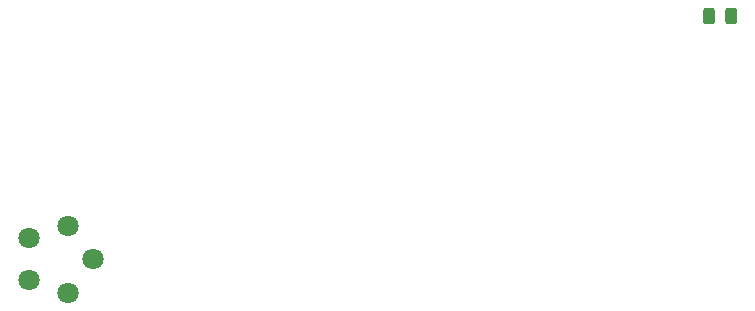
<source format=gbr>
G04 #@! TF.GenerationSoftware,KiCad,Pcbnew,5.0.2-bee76a0~70~ubuntu18.04.1*
G04 #@! TF.CreationDate,2019-06-21T11:09:07+02:00*
G04 #@! TF.ProjectId,RocketPCR,526f636b-6574-4504-9352-2e6b69636164,rev?*
G04 #@! TF.SameCoordinates,Original*
G04 #@! TF.FileFunction,Paste,Top*
G04 #@! TF.FilePolarity,Positive*
%FSLAX46Y46*%
G04 Gerber Fmt 4.6, Leading zero omitted, Abs format (unit mm)*
G04 Created by KiCad (PCBNEW 5.0.2-bee76a0~70~ubuntu18.04.1) date Fr 21 Jun 2019 11:09:07 CEST*
%MOMM*%
%LPD*%
G01*
G04 APERTURE LIST*
%ADD10C,0.100000*%
%ADD11C,0.975000*%
%ADD12C,1.800000*%
G04 APERTURE END LIST*
D10*
G04 #@! TO.C,C6*
G36*
X157320742Y-78707574D02*
X157344403Y-78711084D01*
X157367607Y-78716896D01*
X157390129Y-78724954D01*
X157411753Y-78735182D01*
X157432270Y-78747479D01*
X157451483Y-78761729D01*
X157469207Y-78777793D01*
X157485271Y-78795517D01*
X157499521Y-78814730D01*
X157511818Y-78835247D01*
X157522046Y-78856871D01*
X157530104Y-78879393D01*
X157535916Y-78902597D01*
X157539426Y-78926258D01*
X157540600Y-78950150D01*
X157540600Y-79862650D01*
X157539426Y-79886542D01*
X157535916Y-79910203D01*
X157530104Y-79933407D01*
X157522046Y-79955929D01*
X157511818Y-79977553D01*
X157499521Y-79998070D01*
X157485271Y-80017283D01*
X157469207Y-80035007D01*
X157451483Y-80051071D01*
X157432270Y-80065321D01*
X157411753Y-80077618D01*
X157390129Y-80087846D01*
X157367607Y-80095904D01*
X157344403Y-80101716D01*
X157320742Y-80105226D01*
X157296850Y-80106400D01*
X156809350Y-80106400D01*
X156785458Y-80105226D01*
X156761797Y-80101716D01*
X156738593Y-80095904D01*
X156716071Y-80087846D01*
X156694447Y-80077618D01*
X156673930Y-80065321D01*
X156654717Y-80051071D01*
X156636993Y-80035007D01*
X156620929Y-80017283D01*
X156606679Y-79998070D01*
X156594382Y-79977553D01*
X156584154Y-79955929D01*
X156576096Y-79933407D01*
X156570284Y-79910203D01*
X156566774Y-79886542D01*
X156565600Y-79862650D01*
X156565600Y-78950150D01*
X156566774Y-78926258D01*
X156570284Y-78902597D01*
X156576096Y-78879393D01*
X156584154Y-78856871D01*
X156594382Y-78835247D01*
X156606679Y-78814730D01*
X156620929Y-78795517D01*
X156636993Y-78777793D01*
X156654717Y-78761729D01*
X156673930Y-78747479D01*
X156694447Y-78735182D01*
X156716071Y-78724954D01*
X156738593Y-78716896D01*
X156761797Y-78711084D01*
X156785458Y-78707574D01*
X156809350Y-78706400D01*
X157296850Y-78706400D01*
X157320742Y-78707574D01*
X157320742Y-78707574D01*
G37*
D11*
X157053100Y-79406400D03*
D10*
G36*
X155445742Y-78707574D02*
X155469403Y-78711084D01*
X155492607Y-78716896D01*
X155515129Y-78724954D01*
X155536753Y-78735182D01*
X155557270Y-78747479D01*
X155576483Y-78761729D01*
X155594207Y-78777793D01*
X155610271Y-78795517D01*
X155624521Y-78814730D01*
X155636818Y-78835247D01*
X155647046Y-78856871D01*
X155655104Y-78879393D01*
X155660916Y-78902597D01*
X155664426Y-78926258D01*
X155665600Y-78950150D01*
X155665600Y-79862650D01*
X155664426Y-79886542D01*
X155660916Y-79910203D01*
X155655104Y-79933407D01*
X155647046Y-79955929D01*
X155636818Y-79977553D01*
X155624521Y-79998070D01*
X155610271Y-80017283D01*
X155594207Y-80035007D01*
X155576483Y-80051071D01*
X155557270Y-80065321D01*
X155536753Y-80077618D01*
X155515129Y-80087846D01*
X155492607Y-80095904D01*
X155469403Y-80101716D01*
X155445742Y-80105226D01*
X155421850Y-80106400D01*
X154934350Y-80106400D01*
X154910458Y-80105226D01*
X154886797Y-80101716D01*
X154863593Y-80095904D01*
X154841071Y-80087846D01*
X154819447Y-80077618D01*
X154798930Y-80065321D01*
X154779717Y-80051071D01*
X154761993Y-80035007D01*
X154745929Y-80017283D01*
X154731679Y-79998070D01*
X154719382Y-79977553D01*
X154709154Y-79955929D01*
X154701096Y-79933407D01*
X154695284Y-79910203D01*
X154691774Y-79886542D01*
X154690600Y-79862650D01*
X154690600Y-78950150D01*
X154691774Y-78926258D01*
X154695284Y-78902597D01*
X154701096Y-78879393D01*
X154709154Y-78856871D01*
X154719382Y-78835247D01*
X154731679Y-78814730D01*
X154745929Y-78795517D01*
X154761993Y-78777793D01*
X154779717Y-78761729D01*
X154798930Y-78747479D01*
X154819447Y-78735182D01*
X154841071Y-78724954D01*
X154863593Y-78716896D01*
X154886797Y-78711084D01*
X154910458Y-78707574D01*
X154934350Y-78706400D01*
X155421850Y-78706400D01*
X155445742Y-78707574D01*
X155445742Y-78707574D01*
G37*
D11*
X155178100Y-79406400D03*
G04 #@! TD*
D12*
G04 #@! TO.C,X3*
X97572949Y-98236644D03*
G04 #@! TD*
G04 #@! TO.C,X2*
X100927051Y-97146830D03*
G04 #@! TD*
G04 #@! TO.C,X4*
X100927051Y-102853170D03*
G04 #@! TD*
G04 #@! TO.C,X6*
X97572949Y-101763356D03*
G04 #@! TD*
G04 #@! TO.C,X7*
X103000000Y-100000000D03*
G04 #@! TD*
M02*

</source>
